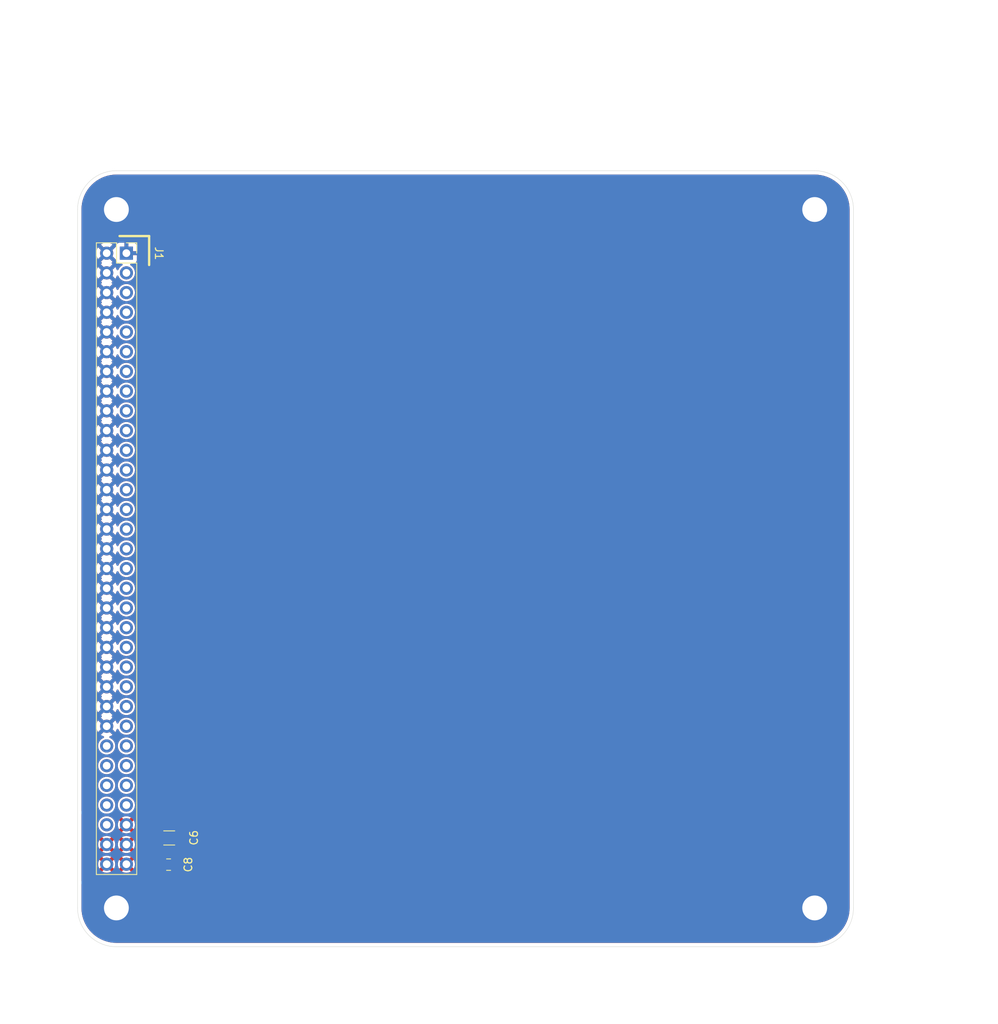
<source format=kicad_pcb>
(kicad_pcb (version 20241229) (generator "pcbnew") (generator_version "9.0")
  (layers (0 "F.Cu" signal) (4 "In1.Cu" signal) (6 "In2.Cu" signal) (2 "B.Cu" signal) (13 "F.Paste" user) (15 "B.Paste" user) (5 "F.SilkS" user "F.Silkscreen") (7 "B.SilkS" user "B.Silkscreen") (1 "F.Mask" user) (3 "B.Mask" user) (25 "Edge.Cuts" user))
  (net 0 "")
  (net 1 "GND")
  (net 2 "/D0")
  (net 3 "/D1")
  (net 4 "/D2")
  (net 5 "/D3")
  (net 6 "/D4")
  (net 7 "/D5")
  (net 8 "/D6")
  (net 9 "/D7")
  (net 10 "/A0")
  (net 11 "/A1")
  (net 12 "/A2")
  (net 13 "/A3")
  (net 14 "/A4")
  (net 15 "/A5")
  (net 16 "/A6")
  (net 17 "/A7")
  (net 18 "/A8")
  (net 19 "/A9")
  (net 20 "/A10")
  (net 21 "/A11")
  (net 22 "/A12")
  (net 23 "/A13")
  (net 24 "/A14")
  (net 25 "/A15")
  (net 26 "RnW")
  (net 27 "SYNQ")
  (net 28 "CLK")
  (net 29 "nIRQ")
  (net 30 "nBUSRQ")
  (net 31 "nNMI")
  (net 32 "nRES")
  (net 33 "nSLOW")
  (net 34 "+5V")
  (net 35 "SPCLK")
  (footprint "MountingHole:MountingHole_3.2mm_M3_Pad_TopBottom" (layer "F.Cu") (at 192.06 50)
    (property "Reference" "H5" (hide yes))
    (property "Value" "MountingHole_Pad")
    (pad "1" thru_hole circle (at 0 0) (size 3.6 3.6) (drill 3.2) (layers "*.Cu" "*.Mask") (net 1 "GND"))
    (pad "1" connect circle (at 0 0) (size 6.4 6.4) (layers "F.Cu" "F.Mask") (net 1 "GND"))
    (pad "1" connect circle (at 0 0) (size 6.4 6.4) (layers "B.Cu" "B.Mask") (net 1 "GND"))
  )
  (footprint "Capacitor_SMD:C_1206_3216Metric" (layer "F.Cu") (at 108.87 130.98)
    (property "Reference" "C6" (at 3.18 -0.02 90) (layer "F.SilkS"))
    (property "Value" "47uF")
    (fp_line (start -0.711252 -0.91) (end 0.711252 -0.91) (stroke (width 0.12)) (layer "F.SilkS"))
    (fp_line (start -0.711252 0.91) (end 0.711252 0.91) (stroke (width 0.12)) (layer "F.SilkS"))
    (pad "1" smd roundrect (at -1.475 0) (size 1.15 1.8) (layers "F.Cu" "F.Mask" "F.Paste") (roundrect_rratio 0.217391) (net 34 "+5V"))
    (pad "2" smd roundrect (at 1.475 0) (size 1.15 1.8) (layers "F.Cu" "F.Mask" "F.Paste") (roundrect_rratio 0.217391) (net 1 "GND"))
  )
  (footprint "MountingHole:MountingHole_3.2mm_M3_Pad_TopBottom" (layer "F.Cu") (at 192.06 140)
    (property "Reference" "H6" (hide yes))
    (property "Value" "MountingHole_Pad")
    (pad "1" thru_hole circle (at 0 0) (size 3.6 3.6) (drill 3.2) (layers "*.Cu" "*.Mask") (net 1 "GND"))
    (pad "1" connect circle (at 0 0) (size 6.4 6.4) (layers "F.Cu" "F.Mask") (net 1 "GND"))
    (pad "1" connect circle (at 0 0) (size 6.4 6.4) (layers "B.Cu" "B.Mask") (net 1 "GND"))
  )
  (footprint "Capacitor_SMD:C_0805_2012Metric" (layer "F.Cu") (at 108.79 134.42)
    (property "Reference" "C8" (at 2.53 0 90) (layer "F.SilkS"))
    (property "Value" "100nF")
    (fp_line (start -0.261252 -0.735) (end 0.261252 -0.735) (stroke (width 0.12)) (layer "F.SilkS"))
    (fp_line (start -0.261252 0.735) (end 0.261252 0.735) (stroke (width 0.12)) (layer "F.SilkS"))
    (pad "1" smd roundrect (at -0.95 0) (size 1 1.45) (layers "F.Cu" "F.Mask" "F.Paste") (net 34 "+5V"))
    (pad "2" smd roundrect (at 0.95 0) (size 1 1.45) (layers "F.Cu" "F.Mask" "F.Paste") (net 1 "GND"))
  )
  (footprint "MountingHole:MountingHole_3.2mm_M3_Pad_TopBottom" (layer "F.Cu") (at 102.06 50)
    (property "Reference" "H4" (hide yes))
    (property "Value" "MountingHole_Pad")
    (pad "1" thru_hole circle (at 0 0) (size 3.6 3.6) (drill 3.2) (layers "*.Cu" "*.Mask") (net 1 "GND"))
    (pad "1" connect circle (at 0 0) (size 6.4 6.4) (layers "F.Cu" "F.Mask") (net 1 "GND"))
    (pad "1" connect circle (at 0 0) (size 6.4 6.4) (layers "B.Cu" "B.Mask") (net 1 "GND"))
  )
  (footprint "MountingHole:MountingHole_3.2mm_M3_Pad_TopBottom" (layer "F.Cu") (at 102.06 140)
    (property "Reference" "H3" (hide yes))
    (property "Value" "MountingHole_Pad")
    (pad "1" thru_hole circle (at 0 0) (size 3.6 3.6) (drill 3.2) (layers "*.Cu" "*.Mask") (net 1 "GND"))
    (pad "1" connect circle (at 0 0) (size 6.4 6.4) (layers "F.Cu" "F.Mask") (net 1 "GND"))
    (pad "1" connect circle (at 0 0) (size 6.4 6.4) (layers "B.Cu" "B.Mask") (net 1 "GND"))
  )
  (footprint "Connector_PinSocket_2.54mm:PinSocket_2x32_P2.54mm_Vertical" (layer "F.Cu") (at 103.35 55.625)
    (property "Reference" "J1" (at 4.2 0.0302 270) (layer "F.SilkS"))
    (property "Value" "BUS")
    (fp_line (start -3.87 -1.33) (end -3.87 80.07) (stroke (width 0.12)) (layer "F.SilkS"))
    (fp_line (start -3.87 -1.33) (end -1.27 -1.33) (stroke (width 0.12)) (layer "F.SilkS"))
    (fp_line (start -3.87 80.07) (end 1.33 80.07) (stroke (width 0.12)) (layer "F.SilkS"))
    (fp_line (start -1.27 -1.33) (end -1.27 1.27) (stroke (width 0.12)) (layer "F.SilkS"))
    (fp_line (start -1.27 1.27) (end 1.33 1.27) (stroke (width 0.12)) (layer "F.SilkS"))
    (fp_line (start 0 -1.33) (end 1.33 -1.33) (stroke (width 0.12)) (layer "F.SilkS"))
    (fp_line (start 1.33 -1.33) (end 1.33 0) (stroke (width 0.12)) (layer "F.SilkS"))
    (fp_line (start 1.33 1.27) (end 1.33 80.07) (stroke (width 0.12)) (layer "F.SilkS"))
    (pad "1" thru_hole rect (at 0 0) (size 1.7 1.7) (drill 1) (layers "*.Cu" "*.Mask") (net 1 "GND"))
    (pad "2" thru_hole circle (at -2.54 0) (size 1.7 1.7) (drill 1) (layers "*.Cu" "*.Mask") (net 1 "GND"))
    (pad "3" thru_hole circle (at 0 2.54) (size 1.7 1.7) (drill 1) (layers "*.Cu" "*.Mask") (net 2 "/D0"))
    (pad "4" thru_hole circle (at -2.54 2.54) (size 1.7 1.7) (drill 1) (layers "*.Cu" "*.Mask") (net 1 "GND"))
    (pad "5" thru_hole circle (at 0 5.08) (size 1.7 1.7) (drill 1) (layers "*.Cu" "*.Mask") (net 3 "/D1"))
    (pad "6" thru_hole circle (at -2.54 5.08) (size 1.7 1.7) (drill 1) (layers "*.Cu" "*.Mask") (net 1 "GND"))
    (pad "7" thru_hole circle (at 0 7.62) (size 1.7 1.7) (drill 1) (layers "*.Cu" "*.Mask") (net 4 "/D2"))
    (pad "8" thru_hole circle (at -2.54 7.62) (size 1.7 1.7) (drill 1) (layers "*.Cu" "*.Mask") (net 1 "GND"))
    (pad "9" thru_hole circle (at 0 10.16) (size 1.7 1.7) (drill 1) (layers "*.Cu" "*.Mask") (net 5 "/D3"))
    (pad "10" thru_hole circle (at -2.54 10.16) (size 1.7 1.7) (drill 1) (layers "*.Cu" "*.Mask") (net 1 "GND"))
    (pad "11" thru_hole circle (at 0 12.7) (size 1.7 1.7) (drill 1) (layers "*.Cu" "*.Mask") (net 6 "/D4"))
    (pad "12" thru_hole circle (at -2.54 12.7) (size 1.7 1.7) (drill 1) (layers "*.Cu" "*.Mask") (net 1 "GND"))
    (pad "13" thru_hole circle (at 0 15.24) (size 1.7 1.7) (drill 1) (layers "*.Cu" "*.Mask") (net 7 "/D5"))
    (pad "14" thru_hole circle (at -2.54 15.24) (size 1.7 1.7) (drill 1) (layers "*.Cu" "*.Mask") (net 1 "GND"))
    (pad "15" thru_hole circle (at 0 17.78) (size 1.7 1.7) (drill 1) (layers "*.Cu" "*.Mask") (net 8 "/D6"))
    (pad "16" thru_hole circle (at -2.54 17.78) (size 1.7 1.7) (drill 1) (layers "*.Cu" "*.Mask") (net 1 "GND"))
    (pad "17" thru_hole circle (at 0 20.32) (size 1.7 1.7) (drill 1) (layers "*.Cu" "*.Mask") (net 9 "/D7"))
    (pad "18" thru_hole circle (at -2.54 20.32) (size 1.7 1.7) (drill 1) (layers "*.Cu" "*.Mask") (net 1 "GND"))
    (pad "19" thru_hole circle (at 0 22.86) (size 1.7 1.7) (drill 1) (layers "*.Cu" "*.Mask") (net 10 "/A0"))
    (pad "20" thru_hole circle (at -2.54 22.86) (size 1.7 1.7) (drill 1) (layers "*.Cu" "*.Mask") (net 1 "GND"))
    (pad "21" thru_hole circle (at 0 25.4) (size 1.7 1.7) (drill 1) (layers "*.Cu" "*.Mask") (net 11 "/A1"))
    (pad "22" thru_hole circle (at -2.54 25.4) (size 1.7 1.7) (drill 1) (layers "*.Cu" "*.Mask") (net 1 "GND"))
    (pad "23" thru_hole circle (at 0 27.94) (size 1.7 1.7) (drill 1) (layers "*.Cu" "*.Mask") (net 12 "/A2"))
    (pad "24" thru_hole circle (at -2.54 27.94) (size 1.7 1.7) (drill 1) (layers "*.Cu" "*.Mask") (net 1 "GND"))
    (pad "25" thru_hole circle (at 0 30.48) (size 1.7 1.7) (drill 1) (layers "*.Cu" "*.Mask") (net 13 "/A3"))
    (pad "26" thru_hole circle (at -2.54 30.48) (size 1.7 1.7) (drill 1) (layers "*.Cu" "*.Mask") (net 1 "GND"))
    (pad "27" thru_hole circle (at 0 33.02) (size 1.7 1.7) (drill 1) (layers "*.Cu" "*.Mask") (net 14 "/A4"))
    (pad "28" thru_hole circle (at -2.54 33.02) (size 1.7 1.7) (drill 1) (layers "*.Cu" "*.Mask") (net 1 "GND"))
    (pad "29" thru_hole circle (at 0 35.56) (size 1.7 1.7) (drill 1) (layers "*.Cu" "*.Mask") (net 15 "/A5"))
    (pad "30" thru_hole circle (at -2.54 35.56) (size 1.7 1.7) (drill 1) (layers "*.Cu" "*.Mask") (net 1 "GND"))
    (pad "31" thru_hole circle (at 0 38.1) (size 1.7 1.7) (drill 1) (layers "*.Cu" "*.Mask") (net 16 "/A6"))
    (pad "32" thru_hole circle (at -2.54 38.1) (size 1.7 1.7) (drill 1) (layers "*.Cu" "*.Mask") (net 1 "GND"))
    (pad "33" thru_hole circle (at 0 40.64) (size 1.7 1.7) (drill 1) (layers "*.Cu" "*.Mask") (net 17 "/A7"))
    (pad "34" thru_hole circle (at -2.54 40.64) (size 1.7 1.7) (drill 1) (layers "*.Cu" "*.Mask") (net 1 "GND"))
    (pad "35" thru_hole circle (at 0 43.18) (size 1.7 1.7) (drill 1) (layers "*.Cu" "*.Mask") (net 18 "/A8"))
    (pad "36" thru_hole circle (at -2.54 43.18) (size 1.7 1.7) (drill 1) (layers "*.Cu" "*.Mask") (net 1 "GND"))
    (pad "37" thru_hole circle (at 0 45.72) (size 1.7 1.7) (drill 1) (layers "*.Cu" "*.Mask") (net 19 "/A9"))
    (pad "38" thru_hole circle (at -2.54 45.72) (size 1.7 1.7) (drill 1) (layers "*.Cu" "*.Mask") (net 1 "GND"))
    (pad "39" thru_hole circle (at 0 48.26) (size 1.7 1.7) (drill 1) (layers "*.Cu" "*.Mask") (net 20 "/A10"))
    (pad "40" thru_hole circle (at -2.54 48.26) (size 1.7 1.7) (drill 1) (layers "*.Cu" "*.Mask") (net 1 "GND"))
    (pad "41" thru_hole circle (at 0 50.8) (size 1.7 1.7) (drill 1) (layers "*.Cu" "*.Mask") (net 21 "/A11"))
    (pad "42" thru_hole circle (at -2.54 50.8) (size 1.7 1.7) (drill 1) (layers "*.Cu" "*.Mask") (net 1 "GND"))
    (pad "43" thru_hole circle (at 0 53.34) (size 1.7 1.7) (drill 1) (layers "*.Cu" "*.Mask") (net 22 "/A12"))
    (pad "44" thru_hole circle (at -2.54 53.34) (size 1.7 1.7) (drill 1) (layers "*.Cu" "*.Mask") (net 1 "GND"))
    (pad "45" thru_hole circle (at 0 55.88) (size 1.7 1.7) (drill 1) (layers "*.Cu" "*.Mask") (net 23 "/A13"))
    (pad "46" thru_hole circle (at -2.54 55.88) (size 1.7 1.7) (drill 1) (layers "*.Cu" "*.Mask") (net 1 "GND"))
    (pad "47" thru_hole circle (at 0 58.42) (size 1.7 1.7) (drill 1) (layers "*.Cu" "*.Mask") (net 24 "/A14"))
    (pad "48" thru_hole circle (at -2.54 58.42) (size 1.7 1.7) (drill 1) (layers "*.Cu" "*.Mask") (net 1 "GND"))
    (pad "49" thru_hole circle (at 0 60.96) (size 1.7 1.7) (drill 1) (layers "*.Cu" "*.Mask") (net 25 "/A15"))
    (pad "50" thru_hole circle (at -2.54 60.96) (size 1.7 1.7) (drill 1) (layers "*.Cu" "*.Mask") (net 1 "GND"))
    (pad "51" thru_hole circle (at 0 63.5) (size 1.7 1.7) (drill 1) (layers "*.Cu" "*.Mask") (net 26 "RnW"))
    (pad "52" thru_hole circle (at -2.54 63.5) (size 1.7 1.7) (drill 1) (layers "*.Cu" "*.Mask") (net 27 "SYNQ"))
    (pad "53" thru_hole circle (at 0 66.04) (size 1.7 1.7) (drill 1) (layers "*.Cu" "*.Mask") (net 33 "nSLOW"))
    (pad "54" thru_hole circle (at -2.54 66.04) (size 1.7 1.7) (drill 1) (layers "*.Cu" "*.Mask") (net 29 "nIRQ"))
    (pad "55" thru_hole circle (at 0 68.58) (size 1.7 1.7) (drill 1) (layers "*.Cu" "*.Mask") (net 30 "nBUSRQ"))
    (pad "56" thru_hole circle (at -2.54 68.58) (size 1.7 1.7) (drill 1) (layers "*.Cu" "*.Mask") (net 31 "nNMI"))
    (pad "57" thru_hole circle (at 0 71.12) (size 1.7 1.7) (drill 1) (layers "*.Cu" "*.Mask") (net 32 "nRES"))
    (pad "58" thru_hole circle (at -2.54 71.12) (size 1.7 1.7) (drill 1) (layers "*.Cu" "*.Mask") (net 28 "CLK"))
    (pad "59" thru_hole circle (at 0 73.66) (size 1.7 1.7) (drill 1) (layers "*.Cu" "*.Mask") (net 34 "+5V"))
    (pad "60" thru_hole circle (at -2.54 73.66) (size 1.7 1.7) (drill 1) (layers "*.Cu" "*.Mask") (net 35 "SPCLK"))
    (pad "61" thru_hole circle (at 0 76.2) (size 1.7 1.7) (drill 1) (layers "*.Cu" "*.Mask") (net 34 "+5V"))
    (pad "62" thru_hole circle (at -2.54 76.2) (size 1.7 1.7) (drill 1) (layers "*.Cu" "*.Mask") (net 34 "+5V"))
    (pad "63" thru_hole circle (at 0 78.74) (size 1.7 1.7) (drill 1) (layers "*.Cu" "*.Mask") (net 34 "+5V"))
    (pad "64" thru_hole circle (at -2.54 78.74) (size 1.7 1.7) (drill 1) (layers "*.Cu" "*.Mask") (net 34 "+5V"))
  )
  (gr_line (start 106.28 53.42) (end 106.28 57.15) (stroke (width 0.3)) (layer "F.SilkS"))
  (gr_line (start 106.28 53.42) (end 102.47 53.42) (stroke (width 0.3)) (layer "F.SilkS"))
  (gr_line (start 102.06 45) (end 192.06 45) (stroke (width 0.05)) (layer "Edge.Cuts"))
  (gr_line (start 197.06 50) (end 197.06 140) (stroke (width 0.05)) (layer "Edge.Cuts"))
  (gr_arc (start 102.06 145) (mid 98.524466 143.535534) (end 97.06 140) (stroke (width 0.05)) (layer "Edge.Cuts"))
  (gr_arc (start 197.06 140) (mid 195.595534 143.535534) (end 192.06 145) (stroke (width 0.05)) (layer "Edge.Cuts"))
  (gr_arc (start 97.06 50) (mid 98.524466 46.464466) (end 102.06 45) (stroke (width 0.05)) (layer "Edge.Cuts"))
  (gr_line (start 97.06 50) (end 97.06 140) (stroke (width 0.05)) (layer "Edge.Cuts"))
  (gr_line (start 192.06 145) (end 102.06 145) (stroke (width 0.05)) (layer "Edge.Cuts"))
  (gr_arc (start 192.06 45) (mid 195.595534 46.464466) (end 197.06 50) (stroke (width 0.05)) (layer "Edge.Cuts"))
  (zone (net 34) (net_name "+5V") (layer "F.Cu") (priority 2) (connect_pads (clearance 0.25)) (min_thickness 0.25) (fill yes (thermal_gap 0.25) (thermal_bridge_width 0.5))
    (polygon (pts (xy 97.39 127.842) (xy 108.82 127.842) (xy 108.82 136.605) (xy 97.39 136.605)))
  )
  (zone (net 1) (net_name "GND") (layers "F.Cu" "B.Cu" "In2.Cu") (connect_pads (clearance 0.254)) (min_thickness 0.25) (fill yes (thermal_gap 0.5) (thermal_bridge_width 0.5))
    (polygon (pts (xy 92.06 35) (xy 212.06 35) (xy 212.06 150) (xy 92.06 150)))
  )
)
</source>
